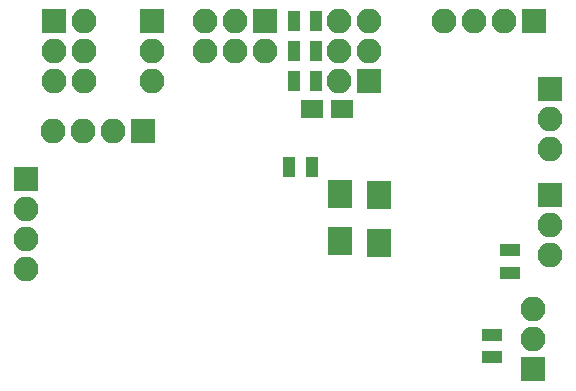
<source format=gbs>
G04 #@! TF.FileFunction,Soldermask,Bot*
%FSLAX46Y46*%
G04 Gerber Fmt 4.6, Leading zero omitted, Abs format (unit mm)*
G04 Created by KiCad (PCBNEW 4.0.7) date Sat Nov 18 23:45:17 2017*
%MOMM*%
%LPD*%
G01*
G04 APERTURE LIST*
%ADD10C,0.100000*%
%ADD11R,2.000000X2.400000*%
%ADD12R,1.900000X1.650000*%
%ADD13R,2.100000X2.100000*%
%ADD14O,2.100000X2.100000*%
%ADD15R,1.100000X1.700000*%
%ADD16R,1.700000X1.100000*%
G04 APERTURE END LIST*
D10*
D11*
X47307500Y-37172400D03*
X47307500Y-33172400D03*
X44005500Y-37045400D03*
X44005500Y-33045400D03*
D12*
X41632500Y-25869900D03*
X44132500Y-25869900D03*
D13*
X28067000Y-18440400D03*
D14*
X28067000Y-20980400D03*
X28067000Y-23520400D03*
D13*
X37592000Y-18440400D03*
D14*
X37592000Y-20980400D03*
X35052000Y-18440400D03*
X35052000Y-20980400D03*
X32512000Y-18440400D03*
X32512000Y-20980400D03*
D13*
X61772800Y-33185200D03*
D14*
X61772800Y-35725200D03*
X61772800Y-38265200D03*
D13*
X46418500Y-23520400D03*
D14*
X43878500Y-23520400D03*
X46418500Y-20980400D03*
X43878500Y-20980400D03*
X46418500Y-18440400D03*
X43878500Y-18440400D03*
D13*
X27305000Y-27711400D03*
D14*
X24765000Y-27711400D03*
X22225000Y-27711400D03*
X19685000Y-27711400D03*
D13*
X61772800Y-24142800D03*
D14*
X61772800Y-26682800D03*
X61772800Y-29222800D03*
D13*
X60325000Y-47904400D03*
D14*
X60325000Y-45364400D03*
X60325000Y-42824400D03*
D15*
X41968500Y-18440400D03*
X40068500Y-18440400D03*
X41973500Y-20980400D03*
X40073500Y-20980400D03*
X41973500Y-23520400D03*
X40073500Y-23520400D03*
X41587500Y-30759400D03*
X39687500Y-30759400D03*
D16*
X58356500Y-39741900D03*
X58356500Y-37841900D03*
D13*
X19748500Y-18440400D03*
D14*
X22288500Y-18440400D03*
X19748500Y-20980400D03*
X22288500Y-20980400D03*
X19748500Y-23520400D03*
X22288500Y-23520400D03*
D16*
X56832500Y-46885900D03*
X56832500Y-44985900D03*
D13*
X17399000Y-31775400D03*
D14*
X17399000Y-34315400D03*
X17399000Y-36855400D03*
X17399000Y-39395400D03*
D13*
X60401200Y-18453200D03*
D14*
X57861200Y-18453200D03*
X55321200Y-18453200D03*
X52781200Y-18453200D03*
M02*

</source>
